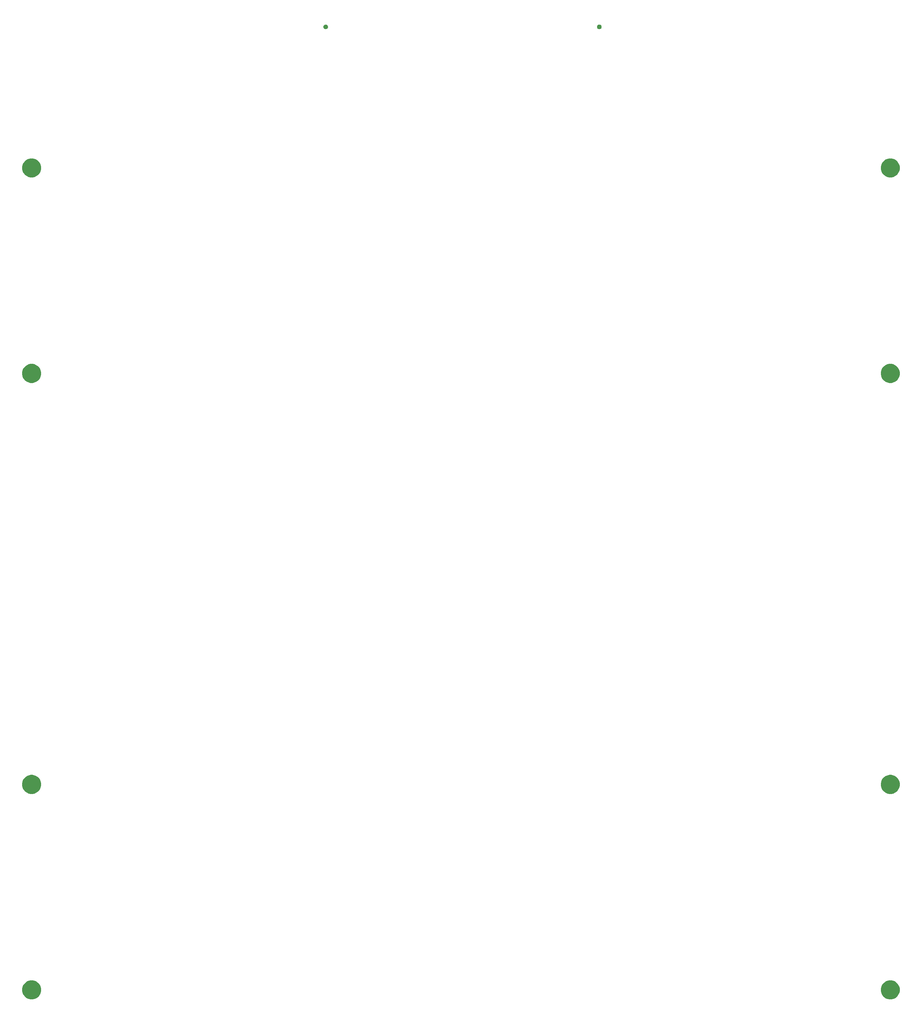
<source format=gbr>
G04 #@! TF.GenerationSoftware,KiCad,Pcbnew,(5.1.6)-1*
G04 #@! TF.CreationDate,2022-05-04T19:11:15-05:00*
G04 #@! TF.ProjectId,stripline_anode,73747269-706c-4696-9e65-5f616e6f6465,1a*
G04 #@! TF.SameCoordinates,Original*
G04 #@! TF.FileFunction,Soldermask,Bot*
G04 #@! TF.FilePolarity,Negative*
%FSLAX46Y46*%
G04 Gerber Fmt 4.6, Leading zero omitted, Abs format (unit mm)*
G04 Created by KiCad (PCBNEW (5.1.6)-1) date 2022-05-04 19:11:15*
%MOMM*%
%LPD*%
G01*
G04 APERTURE LIST*
%ADD10C,0.100000*%
G04 APERTURE END LIST*
D10*
G36*
X-114259609Y-107529033D02*
G01*
X-113795357Y-107721332D01*
X-113795355Y-107721333D01*
X-113377539Y-108000509D01*
X-113022216Y-108355832D01*
X-112743040Y-108773648D01*
X-112743039Y-108773650D01*
X-112550740Y-109237902D01*
X-112452707Y-109730747D01*
X-112452707Y-110233253D01*
X-112550740Y-110726098D01*
X-112743039Y-111190350D01*
X-112743040Y-111190352D01*
X-113022216Y-111608168D01*
X-113377539Y-111963491D01*
X-113795355Y-112242667D01*
X-113795356Y-112242668D01*
X-113795357Y-112242668D01*
X-114259609Y-112434967D01*
X-114752454Y-112533000D01*
X-115254960Y-112533000D01*
X-115747805Y-112434967D01*
X-116212057Y-112242668D01*
X-116212058Y-112242668D01*
X-116212059Y-112242667D01*
X-116629875Y-111963491D01*
X-116985198Y-111608168D01*
X-117264374Y-111190352D01*
X-117264375Y-111190350D01*
X-117456674Y-110726098D01*
X-117554707Y-110233253D01*
X-117554707Y-109730747D01*
X-117456674Y-109237902D01*
X-117264375Y-108773650D01*
X-117264374Y-108773648D01*
X-116985198Y-108355832D01*
X-116629875Y-108000509D01*
X-116212059Y-107721333D01*
X-116212057Y-107721332D01*
X-115747805Y-107529033D01*
X-115254960Y-107431000D01*
X-114752454Y-107431000D01*
X-114259609Y-107529033D01*
G37*
G36*
X115740391Y-107529033D02*
G01*
X116204643Y-107721332D01*
X116204645Y-107721333D01*
X116622461Y-108000509D01*
X116977784Y-108355832D01*
X117256960Y-108773648D01*
X117256961Y-108773650D01*
X117449260Y-109237902D01*
X117547293Y-109730747D01*
X117547293Y-110233253D01*
X117449260Y-110726098D01*
X117256961Y-111190350D01*
X117256960Y-111190352D01*
X116977784Y-111608168D01*
X116622461Y-111963491D01*
X116204645Y-112242667D01*
X116204644Y-112242668D01*
X116204643Y-112242668D01*
X115740391Y-112434967D01*
X115247546Y-112533000D01*
X114745040Y-112533000D01*
X114252195Y-112434967D01*
X113787943Y-112242668D01*
X113787942Y-112242668D01*
X113787941Y-112242667D01*
X113370125Y-111963491D01*
X113014802Y-111608168D01*
X112735626Y-111190352D01*
X112735625Y-111190350D01*
X112543326Y-110726098D01*
X112445293Y-110233253D01*
X112445293Y-109730747D01*
X112543326Y-109237902D01*
X112735625Y-108773650D01*
X112735626Y-108773648D01*
X113014802Y-108355832D01*
X113370125Y-108000509D01*
X113787941Y-107721333D01*
X113787943Y-107721332D01*
X114252195Y-107529033D01*
X114745040Y-107431000D01*
X115247546Y-107431000D01*
X115740391Y-107529033D01*
G37*
G36*
X-114259609Y-52529033D02*
G01*
X-113795357Y-52721332D01*
X-113795355Y-52721333D01*
X-113377539Y-53000509D01*
X-113022216Y-53355832D01*
X-112743040Y-53773648D01*
X-112743039Y-53773650D01*
X-112550740Y-54237902D01*
X-112452707Y-54730747D01*
X-112452707Y-55233253D01*
X-112550740Y-55726098D01*
X-112743039Y-56190350D01*
X-112743040Y-56190352D01*
X-113022216Y-56608168D01*
X-113377539Y-56963491D01*
X-113795355Y-57242667D01*
X-113795356Y-57242668D01*
X-113795357Y-57242668D01*
X-114259609Y-57434967D01*
X-114752454Y-57533000D01*
X-115254960Y-57533000D01*
X-115747805Y-57434967D01*
X-116212057Y-57242668D01*
X-116212058Y-57242668D01*
X-116212059Y-57242667D01*
X-116629875Y-56963491D01*
X-116985198Y-56608168D01*
X-117264374Y-56190352D01*
X-117264375Y-56190350D01*
X-117456674Y-55726098D01*
X-117554707Y-55233253D01*
X-117554707Y-54730747D01*
X-117456674Y-54237902D01*
X-117264375Y-53773650D01*
X-117264374Y-53773648D01*
X-116985198Y-53355832D01*
X-116629875Y-53000509D01*
X-116212059Y-52721333D01*
X-116212057Y-52721332D01*
X-115747805Y-52529033D01*
X-115254960Y-52431000D01*
X-114752454Y-52431000D01*
X-114259609Y-52529033D01*
G37*
G36*
X115740391Y-52529033D02*
G01*
X116204643Y-52721332D01*
X116204645Y-52721333D01*
X116622461Y-53000509D01*
X116977784Y-53355832D01*
X117256960Y-53773648D01*
X117256961Y-53773650D01*
X117449260Y-54237902D01*
X117547293Y-54730747D01*
X117547293Y-55233253D01*
X117449260Y-55726098D01*
X117256961Y-56190350D01*
X117256960Y-56190352D01*
X116977784Y-56608168D01*
X116622461Y-56963491D01*
X116204645Y-57242667D01*
X116204644Y-57242668D01*
X116204643Y-57242668D01*
X115740391Y-57434967D01*
X115247546Y-57533000D01*
X114745040Y-57533000D01*
X114252195Y-57434967D01*
X113787943Y-57242668D01*
X113787942Y-57242668D01*
X113787941Y-57242667D01*
X113370125Y-56963491D01*
X113014802Y-56608168D01*
X112735626Y-56190352D01*
X112735625Y-56190350D01*
X112543326Y-55726098D01*
X112445293Y-55233253D01*
X112445293Y-54730747D01*
X112543326Y-54237902D01*
X112735625Y-53773650D01*
X112735626Y-53773648D01*
X113014802Y-53355832D01*
X113370125Y-53000509D01*
X113787941Y-52721333D01*
X113787943Y-52721332D01*
X114252195Y-52529033D01*
X114745040Y-52431000D01*
X115247546Y-52431000D01*
X115740391Y-52529033D01*
G37*
G36*
X115740391Y57470967D02*
G01*
X116204643Y57278668D01*
X116204645Y57278667D01*
X116622461Y56999491D01*
X116977784Y56644168D01*
X117256960Y56226352D01*
X117256961Y56226350D01*
X117449260Y55762098D01*
X117547293Y55269253D01*
X117547293Y54766747D01*
X117449260Y54273902D01*
X117256961Y53809650D01*
X117256960Y53809648D01*
X116977784Y53391832D01*
X116622461Y53036509D01*
X116204645Y52757333D01*
X116204644Y52757332D01*
X116204643Y52757332D01*
X115740391Y52565033D01*
X115247546Y52467000D01*
X114745040Y52467000D01*
X114252195Y52565033D01*
X113787943Y52757332D01*
X113787942Y52757332D01*
X113787941Y52757333D01*
X113370125Y53036509D01*
X113014802Y53391832D01*
X112735626Y53809648D01*
X112735625Y53809650D01*
X112543326Y54273902D01*
X112445293Y54766747D01*
X112445293Y55269253D01*
X112543326Y55762098D01*
X112735625Y56226350D01*
X112735626Y56226352D01*
X113014802Y56644168D01*
X113370125Y56999491D01*
X113787941Y57278667D01*
X113787943Y57278668D01*
X114252195Y57470967D01*
X114745040Y57569000D01*
X115247546Y57569000D01*
X115740391Y57470967D01*
G37*
G36*
X-114259609Y57470967D02*
G01*
X-113795357Y57278668D01*
X-113795355Y57278667D01*
X-113377539Y56999491D01*
X-113022216Y56644168D01*
X-112743040Y56226352D01*
X-112743039Y56226350D01*
X-112550740Y55762098D01*
X-112452707Y55269253D01*
X-112452707Y54766747D01*
X-112550740Y54273902D01*
X-112743039Y53809650D01*
X-112743040Y53809648D01*
X-113022216Y53391832D01*
X-113377539Y53036509D01*
X-113795355Y52757333D01*
X-113795356Y52757332D01*
X-113795357Y52757332D01*
X-114259609Y52565033D01*
X-114752454Y52467000D01*
X-115254960Y52467000D01*
X-115747805Y52565033D01*
X-116212057Y52757332D01*
X-116212058Y52757332D01*
X-116212059Y52757333D01*
X-116629875Y53036509D01*
X-116985198Y53391832D01*
X-117264374Y53809648D01*
X-117264375Y53809650D01*
X-117456674Y54273902D01*
X-117554707Y54766747D01*
X-117554707Y55269253D01*
X-117456674Y55762098D01*
X-117264375Y56226350D01*
X-117264374Y56226352D01*
X-116985198Y56644168D01*
X-116629875Y56999491D01*
X-116212059Y57278667D01*
X-116212057Y57278668D01*
X-115747805Y57470967D01*
X-115254960Y57569000D01*
X-114752454Y57569000D01*
X-114259609Y57470967D01*
G37*
G36*
X-114259609Y112470967D02*
G01*
X-113795357Y112278668D01*
X-113795355Y112278667D01*
X-113377539Y111999491D01*
X-113022216Y111644168D01*
X-112743040Y111226352D01*
X-112743039Y111226350D01*
X-112550740Y110762098D01*
X-112452707Y110269253D01*
X-112452707Y109766747D01*
X-112550740Y109273902D01*
X-112743039Y108809650D01*
X-112743040Y108809648D01*
X-113022216Y108391832D01*
X-113377539Y108036509D01*
X-113795355Y107757333D01*
X-113795356Y107757332D01*
X-113795357Y107757332D01*
X-114259609Y107565033D01*
X-114752454Y107467000D01*
X-115254960Y107467000D01*
X-115747805Y107565033D01*
X-116212057Y107757332D01*
X-116212058Y107757332D01*
X-116212059Y107757333D01*
X-116629875Y108036509D01*
X-116985198Y108391832D01*
X-117264374Y108809648D01*
X-117264375Y108809650D01*
X-117456674Y109273902D01*
X-117554707Y109766747D01*
X-117554707Y110269253D01*
X-117456674Y110762098D01*
X-117264375Y111226350D01*
X-117264374Y111226352D01*
X-116985198Y111644168D01*
X-116629875Y111999491D01*
X-116212059Y112278667D01*
X-116212057Y112278668D01*
X-115747805Y112470967D01*
X-115254960Y112569000D01*
X-114752454Y112569000D01*
X-114259609Y112470967D01*
G37*
G36*
X115740391Y112470967D02*
G01*
X116204643Y112278668D01*
X116204645Y112278667D01*
X116622461Y111999491D01*
X116977784Y111644168D01*
X117256960Y111226352D01*
X117256961Y111226350D01*
X117449260Y110762098D01*
X117547293Y110269253D01*
X117547293Y109766747D01*
X117449260Y109273902D01*
X117256961Y108809650D01*
X117256960Y108809648D01*
X116977784Y108391832D01*
X116622461Y108036509D01*
X116204645Y107757333D01*
X116204644Y107757332D01*
X116204643Y107757332D01*
X115740391Y107565033D01*
X115247546Y107467000D01*
X114745040Y107467000D01*
X114252195Y107565033D01*
X113787943Y107757332D01*
X113787942Y107757332D01*
X113787941Y107757333D01*
X113370125Y108036509D01*
X113014802Y108391832D01*
X112735626Y108809648D01*
X112735625Y108809650D01*
X112543326Y109273902D01*
X112445293Y109766747D01*
X112445293Y110269253D01*
X112543326Y110762098D01*
X112735625Y111226350D01*
X112735626Y111226352D01*
X113014802Y111644168D01*
X113370125Y111999491D01*
X113787941Y112278667D01*
X113787943Y112278668D01*
X114252195Y112470967D01*
X114745040Y112569000D01*
X115247546Y112569000D01*
X115740391Y112470967D01*
G37*
G36*
X37229731Y148362508D02*
G01*
X37341836Y148316073D01*
X37442727Y148248659D01*
X37528529Y148162857D01*
X37595943Y148061966D01*
X37642378Y147949861D01*
X37666050Y147830851D01*
X37666050Y147709509D01*
X37642378Y147590499D01*
X37595943Y147478394D01*
X37528529Y147377503D01*
X37442727Y147291701D01*
X37341836Y147224287D01*
X37229731Y147177852D01*
X37110721Y147154180D01*
X36989379Y147154180D01*
X36870369Y147177852D01*
X36758264Y147224287D01*
X36657373Y147291701D01*
X36571571Y147377503D01*
X36504157Y147478394D01*
X36457722Y147590499D01*
X36434050Y147709509D01*
X36434050Y147830851D01*
X36457722Y147949861D01*
X36504157Y148061966D01*
X36571571Y148162857D01*
X36657373Y148248659D01*
X36758264Y148316073D01*
X36870369Y148362508D01*
X36989379Y148386180D01*
X37110721Y148386180D01*
X37229731Y148362508D01*
G37*
G36*
X-36070269Y148362508D02*
G01*
X-35958164Y148316073D01*
X-35857273Y148248659D01*
X-35771471Y148162857D01*
X-35704057Y148061966D01*
X-35657622Y147949861D01*
X-35633950Y147830851D01*
X-35633950Y147709509D01*
X-35657622Y147590499D01*
X-35704057Y147478394D01*
X-35771471Y147377503D01*
X-35857273Y147291701D01*
X-35958164Y147224287D01*
X-36070269Y147177852D01*
X-36189279Y147154180D01*
X-36310621Y147154180D01*
X-36429631Y147177852D01*
X-36541736Y147224287D01*
X-36642627Y147291701D01*
X-36728429Y147377503D01*
X-36795843Y147478394D01*
X-36842278Y147590499D01*
X-36865950Y147709509D01*
X-36865950Y147830851D01*
X-36842278Y147949861D01*
X-36795843Y148061966D01*
X-36728429Y148162857D01*
X-36642627Y148248659D01*
X-36541736Y148316073D01*
X-36429631Y148362508D01*
X-36310621Y148386180D01*
X-36189279Y148386180D01*
X-36070269Y148362508D01*
G37*
M02*

</source>
